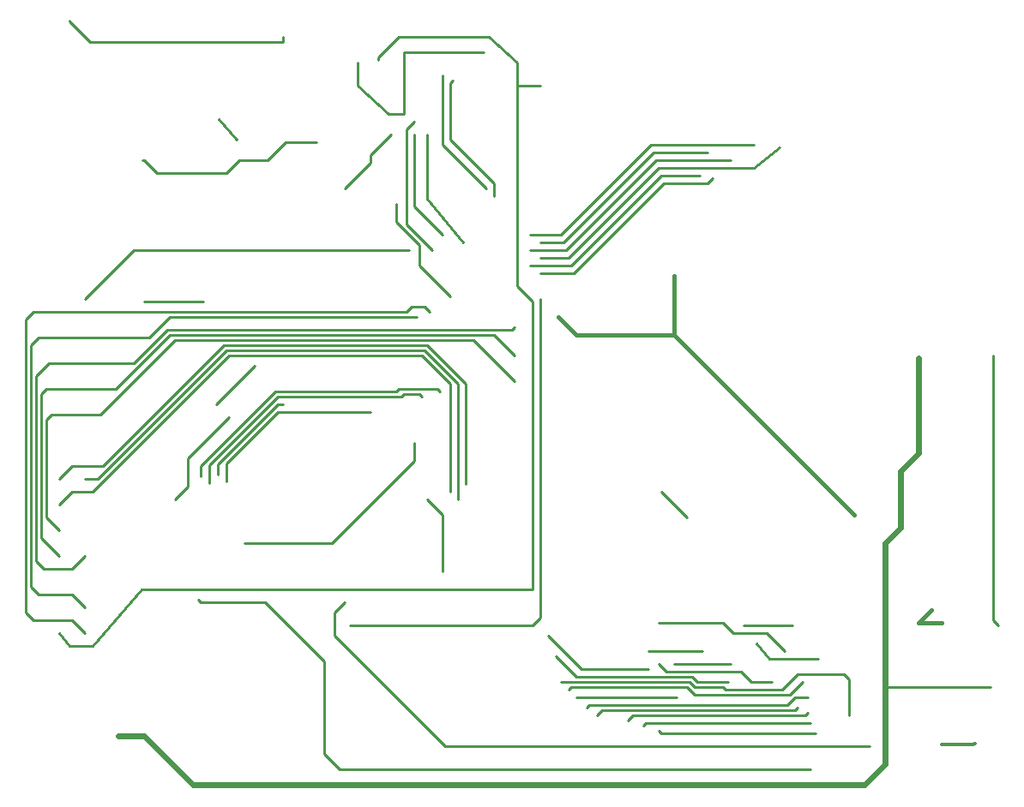
<source format=gbr>
G04 EAGLE Gerber RS-274X export*
G75*
%MOMM*%
%FSLAX34Y34*%
%LPD*%
%INBottom Copper*%
%IPPOS*%
%AMOC8*
5,1,8,0,0,1.08239X$1,22.5*%
G01*
%ADD10C,0.254000*%
%ADD11C,0.406400*%
%ADD12C,0.304800*%
%ADD13C,0.609600*%


D10*
X695960Y137160D02*
X751840Y137160D01*
X599440Y124460D02*
X579120Y144780D01*
X599440Y124460D02*
X713740Y124460D01*
X718820Y119380D01*
X749300Y119380D01*
X604520Y132080D02*
X571500Y165100D01*
X604520Y132080D02*
X670560Y132080D01*
X245300Y324040D02*
X245300Y334200D01*
X304800Y393700D01*
X309880Y393700D01*
X237300Y333820D02*
X237300Y316040D01*
X444500Y403860D02*
X447040Y401320D01*
X444500Y403860D02*
X429260Y403860D01*
X426720Y401320D01*
X304800Y401320D01*
X237300Y333820D01*
X421640Y406400D02*
X424180Y408940D01*
X462280Y408940D01*
X464820Y406400D01*
X228350Y332740D02*
X228350Y322330D01*
X302010Y406400D02*
X421640Y406400D01*
X302010Y406400D02*
X228350Y332740D01*
X553720Y530860D02*
X594360Y530860D01*
X683260Y619760D01*
X721360Y619760D01*
X563880Y497840D02*
X563880Y182880D01*
X556260Y175260D01*
X375920Y175260D01*
X683260Y307340D02*
X708660Y281940D01*
X231140Y495300D02*
X172720Y495300D01*
X243840Y393700D02*
X281940Y431800D01*
D11*
X937260Y177800D02*
X960120Y177800D01*
X949960Y190500D02*
X937260Y177800D01*
D10*
X591820Y538480D02*
X563880Y538480D01*
X591820Y538480D02*
X680720Y627380D01*
X774700Y627380D01*
X800100Y647700D01*
X474980Y500380D02*
X444500Y530860D01*
X444500Y551180D01*
X421640Y574040D01*
X421640Y591820D01*
D11*
X695960Y462280D02*
X873760Y284480D01*
X695960Y462280D02*
X695960Y520700D01*
X695960Y462280D02*
X599440Y462280D01*
X581660Y480060D01*
D10*
X452120Y299720D02*
X467360Y284480D01*
X467360Y228600D01*
X789940Y142240D02*
X838200Y142240D01*
X789940Y142240D02*
X777240Y157480D01*
X723900Y149860D02*
X670560Y149860D01*
X680720Y71120D02*
X683260Y68580D01*
X835660Y68580D01*
X668020Y78740D02*
X665480Y76200D01*
X668020Y78740D02*
X830580Y78740D01*
X655320Y86360D02*
X650240Y81280D01*
X655320Y86360D02*
X825500Y86360D01*
X828040Y88900D01*
X624840Y91440D02*
X619760Y86360D01*
X624840Y91440D02*
X815340Y91440D01*
X817880Y93980D01*
X612140Y96520D02*
X609600Y93980D01*
X612140Y96520D02*
X807720Y96520D01*
X815340Y104140D01*
X828040Y104140D01*
X688340Y129540D02*
X680720Y137160D01*
X688340Y129540D02*
X762000Y129540D01*
X772160Y119380D01*
X792480Y119380D01*
X698500Y104140D02*
X599440Y104140D01*
X591820Y111760D02*
X594360Y114300D01*
X708660Y114300D01*
X716280Y106680D01*
X810260Y106680D01*
X822960Y119380D01*
X711200Y119380D02*
X584200Y119380D01*
X711200Y119380D02*
X716280Y114300D01*
X744220Y114300D01*
X746760Y111760D01*
X802640Y111760D01*
X817880Y127000D01*
X868680Y121920D02*
X868680Y86360D01*
X868680Y121920D02*
X863600Y127000D01*
X817880Y127000D01*
X358140Y256540D02*
X271780Y256540D01*
X358140Y256540D02*
X439420Y337820D01*
X439420Y355600D01*
X680720Y177800D02*
X744220Y177800D01*
X754380Y167640D01*
X787400Y167640D01*
X805180Y149860D01*
X556260Y210820D02*
X556260Y383540D01*
X556260Y495300D01*
X541020Y510540D01*
X541020Y708660D02*
X563880Y708660D01*
X541020Y708660D02*
X541020Y510540D01*
X403860Y734060D02*
X403860Y736600D01*
X424180Y756920D01*
X513080Y756920D01*
X541020Y731520D01*
X88900Y167640D02*
X99060Y154940D01*
X121920Y154940D01*
X170180Y210820D01*
X556260Y210820D01*
X541020Y708660D02*
X541020Y731520D01*
X452120Y596900D02*
X487680Y553720D01*
X452120Y596900D02*
X452120Y660400D01*
X439420Y660400D02*
X439420Y589280D01*
X467360Y561340D01*
X457200Y546100D02*
X431800Y571500D01*
X431800Y665480D01*
X439420Y673100D01*
X518160Y612140D02*
X518160Y599440D01*
X518160Y612140D02*
X474980Y655320D01*
X474980Y711200D01*
X477520Y713740D01*
X467360Y650240D02*
X510540Y607060D01*
X467360Y650240D02*
X467360Y718820D01*
X563880Y523240D02*
X596900Y523240D01*
X685800Y612140D01*
X728980Y612140D01*
X734060Y617220D01*
X589280Y546100D02*
X553720Y546100D01*
X589280Y546100D02*
X678180Y635000D01*
X751840Y635000D01*
X584200Y561340D02*
X553720Y561340D01*
X584200Y561340D02*
X673100Y650240D01*
X774700Y650240D01*
X586740Y553720D02*
X563880Y553720D01*
X586740Y553720D02*
X675640Y642620D01*
X728980Y642620D01*
X264160Y655320D02*
X246380Y675640D01*
X172720Y635000D02*
X171450Y635000D01*
X172720Y635000D02*
X185420Y622300D01*
X254000Y622300D01*
X266700Y635000D01*
X294640Y635000D01*
X312420Y652780D01*
X342900Y652780D01*
X429260Y680720D02*
X429260Y741680D01*
X508000Y741680D01*
X383540Y731520D02*
X383540Y708620D01*
X414020Y680680D01*
X416520Y680680D01*
X429260Y680720D01*
X99060Y772160D02*
X99060Y772922D01*
X99060Y772160D02*
X119380Y751840D01*
X309880Y751840D01*
X309880Y756920D01*
X396240Y632460D02*
X370840Y607060D01*
X396240Y632460D02*
X396240Y640080D01*
X416560Y660400D01*
X292100Y198120D02*
X350520Y139700D01*
X350520Y48260D01*
X365760Y33020D01*
X830580Y33020D01*
X292100Y198120D02*
X228600Y198120D01*
X226060Y200660D01*
D12*
X960120Y57150D02*
X990600Y57150D01*
X993140Y58420D01*
D10*
X68580Y459740D02*
X60960Y452120D01*
X60960Y213360D01*
X68580Y205740D01*
X101600Y205740D01*
X114300Y193040D01*
X68580Y459740D02*
X177800Y459740D01*
X198120Y480060D01*
X441960Y480060D01*
X63500Y485140D02*
X55880Y477520D01*
X55880Y187960D01*
X63500Y180340D01*
X101600Y180340D01*
X114300Y167640D01*
X63500Y485140D02*
X431800Y485140D01*
X436880Y490220D01*
X449580Y490220D01*
X454660Y485140D01*
X88900Y243840D02*
X71120Y261620D01*
X71120Y403860D01*
X76200Y408940D01*
X144780Y408940D01*
X198120Y462280D01*
X518160Y462280D01*
X538480Y441960D01*
X114300Y243840D02*
X101600Y231140D01*
X73660Y231140D01*
X66040Y238760D01*
X66040Y421640D01*
X78740Y434340D01*
X162560Y434340D01*
X195580Y467360D01*
X439420Y467360D01*
X535940Y467360D01*
X538480Y469900D01*
X127000Y320040D02*
X114300Y320040D01*
X127000Y320040D02*
X254000Y447040D01*
X449580Y447040D01*
X482600Y414020D01*
X482600Y299720D01*
X101600Y307340D02*
X88900Y294640D01*
X101600Y307340D02*
X121920Y307340D01*
X256540Y441960D01*
X447040Y441960D01*
X474980Y414020D01*
X474980Y307340D01*
X101600Y332740D02*
X88900Y320040D01*
X101600Y332740D02*
X132080Y332740D01*
X251460Y452120D01*
X452120Y452120D01*
X490220Y414020D01*
X490220Y314960D01*
X88900Y269240D02*
X76200Y281940D01*
X76200Y378460D01*
X81280Y383540D01*
X129540Y383540D01*
X203200Y457200D01*
X497840Y457200D01*
X538480Y416560D01*
X162560Y546100D02*
X114300Y497840D01*
X162560Y546100D02*
X434340Y546100D01*
X254250Y335530D02*
X254250Y317500D01*
X254250Y335530D02*
X304800Y386080D01*
X396240Y386080D01*
X215900Y312420D02*
X203200Y299720D01*
X215900Y312420D02*
X215900Y340360D01*
X256540Y381000D01*
X1010920Y441960D02*
X1010920Y180340D01*
X1016000Y175260D01*
X370840Y198120D02*
X360680Y187960D01*
X360680Y165100D01*
X469900Y55880D01*
X889000Y55880D01*
X812800Y175260D02*
X764540Y175260D01*
D13*
X172720Y66040D02*
X147320Y66040D01*
X172720Y66040D02*
X220980Y17780D01*
X883920Y17780D01*
X937260Y345440D02*
X937260Y439420D01*
X937260Y345440D02*
X919480Y327660D01*
X919480Y271780D01*
X904240Y256540D01*
X904240Y114300D02*
X904240Y38100D01*
X904240Y114300D02*
X904240Y256540D01*
X904240Y38100D02*
X883920Y17780D01*
D10*
X904240Y114300D02*
X1008380Y114300D01*
M02*

</source>
